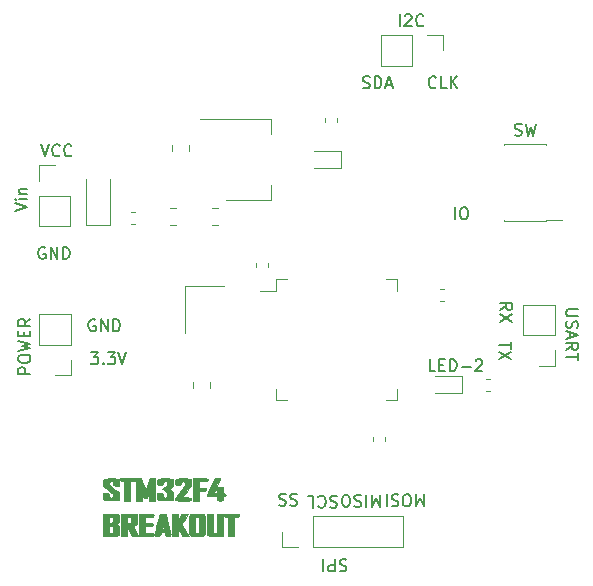
<source format=gbr>
G04 #@! TF.GenerationSoftware,KiCad,Pcbnew,(5.1.4)-1*
G04 #@! TF.CreationDate,2020-10-27T13:41:20+01:00*
G04 #@! TF.ProjectId,STm32f405xx board,53546d33-3266-4343-9035-787820626f61,rev?*
G04 #@! TF.SameCoordinates,Original*
G04 #@! TF.FileFunction,Legend,Top*
G04 #@! TF.FilePolarity,Positive*
%FSLAX46Y46*%
G04 Gerber Fmt 4.6, Leading zero omitted, Abs format (unit mm)*
G04 Created by KiCad (PCBNEW (5.1.4)-1) date 2020-10-27 13:41:20*
%MOMM*%
%LPD*%
G04 APERTURE LIST*
%ADD10C,0.150000*%
%ADD11C,0.010000*%
%ADD12C,0.120000*%
G04 APERTURE END LIST*
D10*
X115030784Y-82677260D02*
X114554594Y-82677260D01*
X114554594Y-81677260D01*
X115364118Y-82153451D02*
X115697451Y-82153451D01*
X115840308Y-82677260D02*
X115364118Y-82677260D01*
X115364118Y-81677260D01*
X115840308Y-81677260D01*
X116268880Y-82677260D02*
X116268880Y-81677260D01*
X116506975Y-81677260D01*
X116649832Y-81724880D01*
X116745070Y-81820118D01*
X116792689Y-81915356D01*
X116840308Y-82105832D01*
X116840308Y-82248689D01*
X116792689Y-82439165D01*
X116745070Y-82534403D01*
X116649832Y-82629641D01*
X116506975Y-82677260D01*
X116268880Y-82677260D01*
X117268880Y-82296308D02*
X118030784Y-82296308D01*
X118459356Y-81772499D02*
X118506975Y-81724880D01*
X118602213Y-81677260D01*
X118840308Y-81677260D01*
X118935546Y-81724880D01*
X118983165Y-81772499D01*
X119030784Y-81867737D01*
X119030784Y-81962975D01*
X118983165Y-82105832D01*
X118411737Y-82677260D01*
X119030784Y-82677260D01*
X81986215Y-72225280D02*
X81890977Y-72177660D01*
X81748120Y-72177660D01*
X81605262Y-72225280D01*
X81510024Y-72320518D01*
X81462405Y-72415756D01*
X81414786Y-72606232D01*
X81414786Y-72749089D01*
X81462405Y-72939565D01*
X81510024Y-73034803D01*
X81605262Y-73130041D01*
X81748120Y-73177660D01*
X81843358Y-73177660D01*
X81986215Y-73130041D01*
X82033834Y-73082422D01*
X82033834Y-72749089D01*
X81843358Y-72749089D01*
X82462405Y-73177660D02*
X82462405Y-72177660D01*
X83033834Y-73177660D01*
X83033834Y-72177660D01*
X83510024Y-73177660D02*
X83510024Y-72177660D01*
X83748120Y-72177660D01*
X83890977Y-72225280D01*
X83986215Y-72320518D01*
X84033834Y-72415756D01*
X84081453Y-72606232D01*
X84081453Y-72749089D01*
X84033834Y-72939565D01*
X83986215Y-73034803D01*
X83890977Y-73130041D01*
X83748120Y-73177660D01*
X83510024Y-73177660D01*
X81653546Y-63470540D02*
X81986880Y-64470540D01*
X82320213Y-63470540D01*
X83224975Y-64375302D02*
X83177356Y-64422921D01*
X83034499Y-64470540D01*
X82939260Y-64470540D01*
X82796403Y-64422921D01*
X82701165Y-64327683D01*
X82653546Y-64232445D01*
X82605927Y-64041969D01*
X82605927Y-63899112D01*
X82653546Y-63708636D01*
X82701165Y-63613398D01*
X82796403Y-63518160D01*
X82939260Y-63470540D01*
X83034499Y-63470540D01*
X83177356Y-63518160D01*
X83224975Y-63565779D01*
X84224975Y-64375302D02*
X84177356Y-64422921D01*
X84034499Y-64470540D01*
X83939260Y-64470540D01*
X83796403Y-64422921D01*
X83701165Y-64327683D01*
X83653546Y-64232445D01*
X83605927Y-64041969D01*
X83605927Y-63899112D01*
X83653546Y-63708636D01*
X83701165Y-63613398D01*
X83796403Y-63518160D01*
X83939260Y-63470540D01*
X84034499Y-63470540D01*
X84177356Y-63518160D01*
X84224975Y-63565779D01*
X85879489Y-81082900D02*
X86498537Y-81082900D01*
X86165203Y-81463853D01*
X86308060Y-81463853D01*
X86403299Y-81511472D01*
X86450918Y-81559091D01*
X86498537Y-81654329D01*
X86498537Y-81892424D01*
X86450918Y-81987662D01*
X86403299Y-82035281D01*
X86308060Y-82082900D01*
X86022346Y-82082900D01*
X85927108Y-82035281D01*
X85879489Y-81987662D01*
X86927108Y-81987662D02*
X86974727Y-82035281D01*
X86927108Y-82082900D01*
X86879489Y-82035281D01*
X86927108Y-81987662D01*
X86927108Y-82082900D01*
X87308060Y-81082900D02*
X87927108Y-81082900D01*
X87593775Y-81463853D01*
X87736632Y-81463853D01*
X87831870Y-81511472D01*
X87879489Y-81559091D01*
X87927108Y-81654329D01*
X87927108Y-81892424D01*
X87879489Y-81987662D01*
X87831870Y-82035281D01*
X87736632Y-82082900D01*
X87450918Y-82082900D01*
X87355680Y-82035281D01*
X87308060Y-81987662D01*
X88212822Y-81082900D02*
X88546156Y-82082900D01*
X88879489Y-81082900D01*
X86238175Y-78336520D02*
X86142937Y-78288900D01*
X86000080Y-78288900D01*
X85857222Y-78336520D01*
X85761984Y-78431758D01*
X85714365Y-78526996D01*
X85666746Y-78717472D01*
X85666746Y-78860329D01*
X85714365Y-79050805D01*
X85761984Y-79146043D01*
X85857222Y-79241281D01*
X86000080Y-79288900D01*
X86095318Y-79288900D01*
X86238175Y-79241281D01*
X86285794Y-79193662D01*
X86285794Y-78860329D01*
X86095318Y-78860329D01*
X86714365Y-79288900D02*
X86714365Y-78288900D01*
X87285794Y-79288900D01*
X87285794Y-78288900D01*
X87761984Y-79288900D02*
X87761984Y-78288900D01*
X88000080Y-78288900D01*
X88142937Y-78336520D01*
X88238175Y-78431758D01*
X88285794Y-78526996D01*
X88333413Y-78717472D01*
X88333413Y-78860329D01*
X88285794Y-79050805D01*
X88238175Y-79146043D01*
X88142937Y-79241281D01*
X88000080Y-79288900D01*
X87761984Y-79288900D01*
X79452220Y-69126289D02*
X80452220Y-68792956D01*
X79452220Y-68459622D01*
X80452220Y-68126289D02*
X79785554Y-68126289D01*
X79452220Y-68126289D02*
X79499840Y-68173908D01*
X79547459Y-68126289D01*
X79499840Y-68078670D01*
X79452220Y-68126289D01*
X79547459Y-68126289D01*
X79785554Y-67650099D02*
X80452220Y-67650099D01*
X79880792Y-67650099D02*
X79833173Y-67602480D01*
X79785554Y-67507241D01*
X79785554Y-67364384D01*
X79833173Y-67269146D01*
X79928411Y-67221527D01*
X80452220Y-67221527D01*
X80746860Y-82903723D02*
X79746860Y-82903723D01*
X79746860Y-82522771D01*
X79794480Y-82427533D01*
X79842099Y-82379914D01*
X79937337Y-82332295D01*
X80080194Y-82332295D01*
X80175432Y-82379914D01*
X80223051Y-82427533D01*
X80270670Y-82522771D01*
X80270670Y-82903723D01*
X79746860Y-81713247D02*
X79746860Y-81522771D01*
X79794480Y-81427533D01*
X79889718Y-81332295D01*
X80080194Y-81284676D01*
X80413527Y-81284676D01*
X80604003Y-81332295D01*
X80699241Y-81427533D01*
X80746860Y-81522771D01*
X80746860Y-81713247D01*
X80699241Y-81808485D01*
X80604003Y-81903723D01*
X80413527Y-81951342D01*
X80080194Y-81951342D01*
X79889718Y-81903723D01*
X79794480Y-81808485D01*
X79746860Y-81713247D01*
X79746860Y-80951342D02*
X80746860Y-80713247D01*
X80032575Y-80522771D01*
X80746860Y-80332295D01*
X79746860Y-80094200D01*
X80223051Y-79713247D02*
X80223051Y-79379914D01*
X80746860Y-79237057D02*
X80746860Y-79713247D01*
X79746860Y-79713247D01*
X79746860Y-79237057D01*
X80746860Y-78237057D02*
X80270670Y-78570390D01*
X80746860Y-78808485D02*
X79746860Y-78808485D01*
X79746860Y-78427533D01*
X79794480Y-78332295D01*
X79842099Y-78284676D01*
X79937337Y-78237057D01*
X80080194Y-78237057D01*
X80175432Y-78284676D01*
X80223051Y-78332295D01*
X80270670Y-78427533D01*
X80270670Y-78808485D01*
X116707350Y-69809620D02*
X116707350Y-68809620D01*
X117374017Y-68809620D02*
X117564493Y-68809620D01*
X117659731Y-68857240D01*
X117754969Y-68952478D01*
X117802588Y-69142954D01*
X117802588Y-69476287D01*
X117754969Y-69666763D01*
X117659731Y-69762001D01*
X117564493Y-69809620D01*
X117374017Y-69809620D01*
X117278779Y-69762001D01*
X117183540Y-69666763D01*
X117135921Y-69476287D01*
X117135921Y-69142954D01*
X117183540Y-68952478D01*
X117278779Y-68857240D01*
X117374017Y-68809620D01*
X106707156Y-93265358D02*
X106564299Y-93217739D01*
X106326203Y-93217739D01*
X106230965Y-93265358D01*
X106183346Y-93312977D01*
X106135727Y-93408215D01*
X106135727Y-93503453D01*
X106183346Y-93598691D01*
X106230965Y-93646310D01*
X106326203Y-93693929D01*
X106516680Y-93741548D01*
X106611918Y-93789167D01*
X106659537Y-93836786D01*
X106707156Y-93932024D01*
X106707156Y-94027262D01*
X106659537Y-94122500D01*
X106611918Y-94170120D01*
X106516680Y-94217739D01*
X106278584Y-94217739D01*
X106135727Y-94170120D01*
X105135727Y-93312977D02*
X105183346Y-93265358D01*
X105326203Y-93217739D01*
X105421441Y-93217739D01*
X105564299Y-93265358D01*
X105659537Y-93360596D01*
X105707156Y-93455834D01*
X105754775Y-93646310D01*
X105754775Y-93789167D01*
X105707156Y-93979643D01*
X105659537Y-94074881D01*
X105564299Y-94170120D01*
X105421441Y-94217739D01*
X105326203Y-94217739D01*
X105183346Y-94170120D01*
X105135727Y-94122500D01*
X104230965Y-93217739D02*
X104707156Y-93217739D01*
X104707156Y-94217739D01*
X110329148Y-93146619D02*
X110329148Y-94146619D01*
X109995815Y-93432333D01*
X109662481Y-94146619D01*
X109662481Y-93146619D01*
X109186291Y-93146619D02*
X109186291Y-94146619D01*
X108757720Y-93194238D02*
X108614862Y-93146619D01*
X108376767Y-93146619D01*
X108281529Y-93194238D01*
X108233910Y-93241857D01*
X108186291Y-93337095D01*
X108186291Y-93432333D01*
X108233910Y-93527571D01*
X108281529Y-93575190D01*
X108376767Y-93622809D01*
X108567243Y-93670428D01*
X108662481Y-93718047D01*
X108710100Y-93765666D01*
X108757720Y-93860904D01*
X108757720Y-93956142D01*
X108710100Y-94051380D01*
X108662481Y-94099000D01*
X108567243Y-94146619D01*
X108329148Y-94146619D01*
X108186291Y-94099000D01*
X107567243Y-94146619D02*
X107376767Y-94146619D01*
X107281529Y-94099000D01*
X107186291Y-94003761D01*
X107138672Y-93813285D01*
X107138672Y-93479952D01*
X107186291Y-93289476D01*
X107281529Y-93194238D01*
X107376767Y-93146619D01*
X107567243Y-93146619D01*
X107662481Y-93194238D01*
X107757720Y-93289476D01*
X107805339Y-93479952D01*
X107805339Y-93813285D01*
X107757720Y-94003761D01*
X107662481Y-94099000D01*
X107567243Y-94146619D01*
X114057868Y-93105979D02*
X114057868Y-94105979D01*
X113724535Y-93391693D01*
X113391201Y-94105979D01*
X113391201Y-93105979D01*
X112724535Y-94105979D02*
X112534059Y-94105979D01*
X112438820Y-94058360D01*
X112343582Y-93963121D01*
X112295963Y-93772645D01*
X112295963Y-93439312D01*
X112343582Y-93248836D01*
X112438820Y-93153598D01*
X112534059Y-93105979D01*
X112724535Y-93105979D01*
X112819773Y-93153598D01*
X112915011Y-93248836D01*
X112962630Y-93439312D01*
X112962630Y-93772645D01*
X112915011Y-93963121D01*
X112819773Y-94058360D01*
X112724535Y-94105979D01*
X111915011Y-93153598D02*
X111772154Y-93105979D01*
X111534059Y-93105979D01*
X111438820Y-93153598D01*
X111391201Y-93201217D01*
X111343582Y-93296455D01*
X111343582Y-93391693D01*
X111391201Y-93486931D01*
X111438820Y-93534550D01*
X111534059Y-93582169D01*
X111724535Y-93629788D01*
X111819773Y-93677407D01*
X111867392Y-93725026D01*
X111915011Y-93820264D01*
X111915011Y-93915502D01*
X111867392Y-94010740D01*
X111819773Y-94058360D01*
X111724535Y-94105979D01*
X111486440Y-94105979D01*
X111343582Y-94058360D01*
X110915011Y-93105979D02*
X110915011Y-94105979D01*
X101813455Y-94003761D02*
X101956312Y-94051380D01*
X102194407Y-94051380D01*
X102289645Y-94003761D01*
X102337264Y-93956142D01*
X102384883Y-93860904D01*
X102384883Y-93765666D01*
X102337264Y-93670428D01*
X102289645Y-93622809D01*
X102194407Y-93575190D01*
X102003931Y-93527571D01*
X101908693Y-93479952D01*
X101861074Y-93432333D01*
X101813455Y-93337095D01*
X101813455Y-93241857D01*
X101861074Y-93146619D01*
X101908693Y-93099000D01*
X102003931Y-93051380D01*
X102242026Y-93051380D01*
X102384883Y-93099000D01*
X102765836Y-94003761D02*
X102908693Y-94051380D01*
X103146788Y-94051380D01*
X103242026Y-94003761D01*
X103289645Y-93956142D01*
X103337264Y-93860904D01*
X103337264Y-93765666D01*
X103289645Y-93670428D01*
X103242026Y-93622809D01*
X103146788Y-93575190D01*
X102956312Y-93527571D01*
X102861074Y-93479952D01*
X102813455Y-93432333D01*
X102765836Y-93337095D01*
X102765836Y-93241857D01*
X102813455Y-93146619D01*
X102861074Y-93099000D01*
X102956312Y-93051380D01*
X103194407Y-93051380D01*
X103337264Y-93099000D01*
X107510769Y-98650158D02*
X107367912Y-98602539D01*
X107129817Y-98602539D01*
X107034579Y-98650158D01*
X106986960Y-98697777D01*
X106939340Y-98793015D01*
X106939340Y-98888253D01*
X106986960Y-98983491D01*
X107034579Y-99031110D01*
X107129817Y-99078729D01*
X107320293Y-99126348D01*
X107415531Y-99173967D01*
X107463150Y-99221586D01*
X107510769Y-99316824D01*
X107510769Y-99412062D01*
X107463150Y-99507300D01*
X107415531Y-99554920D01*
X107320293Y-99602539D01*
X107082198Y-99602539D01*
X106939340Y-99554920D01*
X106510769Y-98602539D02*
X106510769Y-99602539D01*
X106129817Y-99602539D01*
X106034579Y-99554920D01*
X105986960Y-99507300D01*
X105939340Y-99412062D01*
X105939340Y-99269205D01*
X105986960Y-99173967D01*
X106034579Y-99126348D01*
X106129817Y-99078729D01*
X106510769Y-99078729D01*
X105510769Y-98602539D02*
X105510769Y-99602539D01*
X120548139Y-77486213D02*
X121024329Y-77152880D01*
X120548139Y-76914784D02*
X121548139Y-76914784D01*
X121548139Y-77295737D01*
X121500520Y-77390975D01*
X121452900Y-77438594D01*
X121357662Y-77486213D01*
X121214805Y-77486213D01*
X121119567Y-77438594D01*
X121071948Y-77390975D01*
X121024329Y-77295737D01*
X121024329Y-76914784D01*
X121548139Y-77819546D02*
X120548139Y-78486213D01*
X121548139Y-78486213D02*
X120548139Y-77819546D01*
X121466859Y-80203135D02*
X121466859Y-80774563D01*
X120466859Y-80488849D02*
X121466859Y-80488849D01*
X121466859Y-81012659D02*
X120466859Y-81679325D01*
X121466859Y-81679325D02*
X120466859Y-81012659D01*
X127120899Y-77445811D02*
X126311375Y-77445811D01*
X126216137Y-77493430D01*
X126168518Y-77541049D01*
X126120899Y-77636287D01*
X126120899Y-77826763D01*
X126168518Y-77922001D01*
X126216137Y-77969620D01*
X126311375Y-78017240D01*
X127120899Y-78017240D01*
X126168518Y-78445811D02*
X126120899Y-78588668D01*
X126120899Y-78826763D01*
X126168518Y-78922001D01*
X126216137Y-78969620D01*
X126311375Y-79017240D01*
X126406613Y-79017240D01*
X126501851Y-78969620D01*
X126549470Y-78922001D01*
X126597089Y-78826763D01*
X126644708Y-78636287D01*
X126692327Y-78541049D01*
X126739946Y-78493430D01*
X126835184Y-78445811D01*
X126930422Y-78445811D01*
X127025660Y-78493430D01*
X127073280Y-78541049D01*
X127120899Y-78636287D01*
X127120899Y-78874382D01*
X127073280Y-79017240D01*
X126406613Y-79398192D02*
X126406613Y-79874382D01*
X126120899Y-79302954D02*
X127120899Y-79636287D01*
X126120899Y-79969620D01*
X126120899Y-80874382D02*
X126597089Y-80541049D01*
X126120899Y-80302954D02*
X127120899Y-80302954D01*
X127120899Y-80683906D01*
X127073280Y-80779144D01*
X127025660Y-80826763D01*
X126930422Y-80874382D01*
X126787565Y-80874382D01*
X126692327Y-80826763D01*
X126644708Y-80779144D01*
X126597089Y-80683906D01*
X126597089Y-80302954D01*
X127120899Y-81160097D02*
X127120899Y-81731525D01*
X126120899Y-81445811D02*
X127120899Y-81445811D01*
X121768977Y-62685561D02*
X121911834Y-62733180D01*
X122149929Y-62733180D01*
X122245167Y-62685561D01*
X122292786Y-62637942D01*
X122340405Y-62542704D01*
X122340405Y-62447466D01*
X122292786Y-62352228D01*
X122245167Y-62304609D01*
X122149929Y-62256990D01*
X121959453Y-62209371D01*
X121864215Y-62161752D01*
X121816596Y-62114133D01*
X121768977Y-62018895D01*
X121768977Y-61923657D01*
X121816596Y-61828419D01*
X121864215Y-61780800D01*
X121959453Y-61733180D01*
X122197548Y-61733180D01*
X122340405Y-61780800D01*
X122673739Y-61733180D02*
X122911834Y-62733180D01*
X123102310Y-62018895D01*
X123292786Y-62733180D01*
X123530881Y-61733180D01*
X108904874Y-58667281D02*
X109047731Y-58714900D01*
X109285826Y-58714900D01*
X109381064Y-58667281D01*
X109428683Y-58619662D01*
X109476302Y-58524424D01*
X109476302Y-58429186D01*
X109428683Y-58333948D01*
X109381064Y-58286329D01*
X109285826Y-58238710D01*
X109095350Y-58191091D01*
X109000112Y-58143472D01*
X108952493Y-58095853D01*
X108904874Y-58000615D01*
X108904874Y-57905377D01*
X108952493Y-57810139D01*
X109000112Y-57762520D01*
X109095350Y-57714900D01*
X109333445Y-57714900D01*
X109476302Y-57762520D01*
X109904874Y-58714900D02*
X109904874Y-57714900D01*
X110142969Y-57714900D01*
X110285826Y-57762520D01*
X110381064Y-57857758D01*
X110428683Y-57952996D01*
X110476302Y-58143472D01*
X110476302Y-58286329D01*
X110428683Y-58476805D01*
X110381064Y-58572043D01*
X110285826Y-58667281D01*
X110142969Y-58714900D01*
X109904874Y-58714900D01*
X110857255Y-58429186D02*
X111333445Y-58429186D01*
X110762017Y-58714900D02*
X111095350Y-57714900D01*
X111428683Y-58714900D01*
X115086521Y-58619662D02*
X115038902Y-58667281D01*
X114896045Y-58714900D01*
X114800807Y-58714900D01*
X114657950Y-58667281D01*
X114562712Y-58572043D01*
X114515093Y-58476805D01*
X114467474Y-58286329D01*
X114467474Y-58143472D01*
X114515093Y-57952996D01*
X114562712Y-57857758D01*
X114657950Y-57762520D01*
X114800807Y-57714900D01*
X114896045Y-57714900D01*
X115038902Y-57762520D01*
X115086521Y-57810139D01*
X115991283Y-58714900D02*
X115515093Y-58714900D01*
X115515093Y-57714900D01*
X116324617Y-58714900D02*
X116324617Y-57714900D01*
X116896045Y-58714900D02*
X116467474Y-58143472D01*
X116896045Y-57714900D02*
X116324617Y-58286329D01*
X112033489Y-53467260D02*
X112033489Y-52467260D01*
X112462060Y-52562499D02*
X112509680Y-52514880D01*
X112604918Y-52467260D01*
X112843013Y-52467260D01*
X112938251Y-52514880D01*
X112985870Y-52562499D01*
X113033489Y-52657737D01*
X113033489Y-52752975D01*
X112985870Y-52895832D01*
X112414441Y-53467260D01*
X113033489Y-53467260D01*
X114033489Y-53372022D02*
X113985870Y-53419641D01*
X113843013Y-53467260D01*
X113747775Y-53467260D01*
X113604918Y-53419641D01*
X113509680Y-53324403D01*
X113462060Y-53229165D01*
X113414441Y-53038689D01*
X113414441Y-52895832D01*
X113462060Y-52705356D01*
X113509680Y-52610118D01*
X113604918Y-52514880D01*
X113747775Y-52467260D01*
X113843013Y-52467260D01*
X113985870Y-52514880D01*
X114033489Y-52562499D01*
D11*
G36*
X96765604Y-91748714D02*
G01*
X96845217Y-91758296D01*
X96846571Y-91759879D01*
X96824810Y-91810933D01*
X96765392Y-91939459D01*
X96677111Y-92126670D01*
X96568765Y-92353783D01*
X96556286Y-92379799D01*
X96446306Y-92610085D01*
X96355445Y-92802489D01*
X96292500Y-92938228D01*
X96266267Y-92998516D01*
X96266000Y-92999720D01*
X96327091Y-93011995D01*
X96411143Y-93014800D01*
X96495021Y-93002672D01*
X96538716Y-92950239D01*
X96554738Y-92833421D01*
X96556286Y-92735400D01*
X96556286Y-92456000D01*
X97064286Y-92456000D01*
X97064286Y-92735400D01*
X97074059Y-92903894D01*
X97108351Y-92990643D01*
X97173143Y-93014800D01*
X97260694Y-93058960D01*
X97282000Y-93141800D01*
X97244148Y-93243943D01*
X97173143Y-93268800D01*
X97092630Y-93307355D01*
X97064482Y-93430406D01*
X97064286Y-93446600D01*
X97053051Y-93565767D01*
X96989669Y-93614638D01*
X96829619Y-93624377D01*
X96810286Y-93624400D01*
X96640047Y-93616536D01*
X96570231Y-93572168D01*
X96556317Y-93460133D01*
X96556286Y-93446600D01*
X96556286Y-93268800D01*
X96120857Y-93268800D01*
X95866499Y-93262691D01*
X95730236Y-93241371D01*
X95685832Y-93200352D01*
X95685429Y-93194304D01*
X95707941Y-93121314D01*
X95769765Y-92971905D01*
X95862332Y-92765573D01*
X95977073Y-92521810D01*
X96020376Y-92432304D01*
X96355323Y-91744799D01*
X96600947Y-91744799D01*
X96765604Y-91748714D01*
X96765604Y-91748714D01*
G37*
X96765604Y-91748714D02*
X96845217Y-91758296D01*
X96846571Y-91759879D01*
X96824810Y-91810933D01*
X96765392Y-91939459D01*
X96677111Y-92126670D01*
X96568765Y-92353783D01*
X96556286Y-92379799D01*
X96446306Y-92610085D01*
X96355445Y-92802489D01*
X96292500Y-92938228D01*
X96266267Y-92998516D01*
X96266000Y-92999720D01*
X96327091Y-93011995D01*
X96411143Y-93014800D01*
X96495021Y-93002672D01*
X96538716Y-92950239D01*
X96554738Y-92833421D01*
X96556286Y-92735400D01*
X96556286Y-92456000D01*
X97064286Y-92456000D01*
X97064286Y-92735400D01*
X97074059Y-92903894D01*
X97108351Y-92990643D01*
X97173143Y-93014800D01*
X97260694Y-93058960D01*
X97282000Y-93141800D01*
X97244148Y-93243943D01*
X97173143Y-93268800D01*
X97092630Y-93307355D01*
X97064482Y-93430406D01*
X97064286Y-93446600D01*
X97053051Y-93565767D01*
X96989669Y-93614638D01*
X96829619Y-93624377D01*
X96810286Y-93624400D01*
X96640047Y-93616536D01*
X96570231Y-93572168D01*
X96556317Y-93460133D01*
X96556286Y-93446600D01*
X96556286Y-93268800D01*
X96120857Y-93268800D01*
X95866499Y-93262691D01*
X95730236Y-93241371D01*
X95685832Y-93200352D01*
X95685429Y-93194304D01*
X95707941Y-93121314D01*
X95769765Y-92971905D01*
X95862332Y-92765573D01*
X95977073Y-92521810D01*
X96020376Y-92432304D01*
X96355323Y-91744799D01*
X96600947Y-91744799D01*
X96765604Y-91748714D01*
G36*
X95439854Y-91745966D02*
G01*
X95622159Y-91753408D01*
X95716794Y-91773043D01*
X95752496Y-91810786D01*
X95758000Y-91871800D01*
X95746235Y-91947173D01*
X95686197Y-91984775D01*
X95540766Y-91997596D01*
X95395143Y-91998800D01*
X95032286Y-91998800D01*
X95032286Y-92557600D01*
X95322571Y-92557600D01*
X95509597Y-92564531D01*
X95592724Y-92597228D01*
X95612753Y-92673540D01*
X95612857Y-92684600D01*
X95597013Y-92766423D01*
X95522278Y-92802791D01*
X95347851Y-92811554D01*
X95322571Y-92811600D01*
X95032286Y-92811600D01*
X95032286Y-93624400D01*
X94524286Y-93624400D01*
X94524286Y-91744800D01*
X95141143Y-91744800D01*
X95439854Y-91745966D01*
X95439854Y-91745966D01*
G37*
X95439854Y-91745966D02*
X95622159Y-91753408D01*
X95716794Y-91773043D01*
X95752496Y-91810786D01*
X95758000Y-91871800D01*
X95746235Y-91947173D01*
X95686197Y-91984775D01*
X95540766Y-91997596D01*
X95395143Y-91998800D01*
X95032286Y-91998800D01*
X95032286Y-92557600D01*
X95322571Y-92557600D01*
X95509597Y-92564531D01*
X95592724Y-92597228D01*
X95612753Y-92673540D01*
X95612857Y-92684600D01*
X95597013Y-92766423D01*
X95522278Y-92802791D01*
X95347851Y-92811554D01*
X95322571Y-92811600D01*
X95032286Y-92811600D01*
X95032286Y-93624400D01*
X94524286Y-93624400D01*
X94524286Y-91744800D01*
X95141143Y-91744800D01*
X95439854Y-91745966D01*
G36*
X93773549Y-91755276D02*
G01*
X94342857Y-91770200D01*
X94362156Y-92075000D01*
X94366090Y-92215930D01*
X94349024Y-92331539D01*
X94298485Y-92447926D01*
X94201996Y-92591191D01*
X94047086Y-92787435D01*
X93985833Y-92862400D01*
X93590210Y-93345000D01*
X93984676Y-93360235D01*
X94212081Y-93372951D01*
X94329880Y-93396774D01*
X94373596Y-93444283D01*
X94379143Y-93499935D01*
X94373951Y-93557597D01*
X94340255Y-93593964D01*
X94250868Y-93613943D01*
X94078607Y-93622443D01*
X93796288Y-93624369D01*
X93689714Y-93624400D01*
X93368816Y-93622740D01*
X93166232Y-93615225D01*
X93055166Y-93598056D01*
X93008818Y-93567429D01*
X93000286Y-93526605D01*
X93034838Y-93445928D01*
X93128886Y-93298818D01*
X93268016Y-93106285D01*
X93435714Y-92891925D01*
X93679376Y-92570699D01*
X93828404Y-92323445D01*
X93883540Y-92147554D01*
X93845527Y-92040413D01*
X93715109Y-91999411D01*
X93689714Y-91998800D01*
X93560052Y-92015202D01*
X93512618Y-92084927D01*
X93508286Y-92151200D01*
X93494126Y-92253591D01*
X93422306Y-92295588D01*
X93254286Y-92303600D01*
X93096694Y-92298439D01*
X93023129Y-92264271D01*
X93001573Y-92173064D01*
X93000286Y-92081220D01*
X93015777Y-91927414D01*
X93078541Y-91828273D01*
X93213010Y-91773498D01*
X93443620Y-91752789D01*
X93773549Y-91755276D01*
X93773549Y-91755276D01*
G37*
X93773549Y-91755276D02*
X94342857Y-91770200D01*
X94362156Y-92075000D01*
X94366090Y-92215930D01*
X94349024Y-92331539D01*
X94298485Y-92447926D01*
X94201996Y-92591191D01*
X94047086Y-92787435D01*
X93985833Y-92862400D01*
X93590210Y-93345000D01*
X93984676Y-93360235D01*
X94212081Y-93372951D01*
X94329880Y-93396774D01*
X94373596Y-93444283D01*
X94379143Y-93499935D01*
X94373951Y-93557597D01*
X94340255Y-93593964D01*
X94250868Y-93613943D01*
X94078607Y-93622443D01*
X93796288Y-93624369D01*
X93689714Y-93624400D01*
X93368816Y-93622740D01*
X93166232Y-93615225D01*
X93055166Y-93598056D01*
X93008818Y-93567429D01*
X93000286Y-93526605D01*
X93034838Y-93445928D01*
X93128886Y-93298818D01*
X93268016Y-93106285D01*
X93435714Y-92891925D01*
X93679376Y-92570699D01*
X93828404Y-92323445D01*
X93883540Y-92147554D01*
X93845527Y-92040413D01*
X93715109Y-91999411D01*
X93689714Y-91998800D01*
X93560052Y-92015202D01*
X93512618Y-92084927D01*
X93508286Y-92151200D01*
X93494126Y-92253591D01*
X93422306Y-92295588D01*
X93254286Y-92303600D01*
X93096694Y-92298439D01*
X93023129Y-92264271D01*
X93001573Y-92173064D01*
X93000286Y-92081220D01*
X93015777Y-91927414D01*
X93078541Y-91828273D01*
X93213010Y-91773498D01*
X93443620Y-91752789D01*
X93773549Y-91755276D01*
G36*
X92249549Y-91755276D02*
G01*
X92818857Y-91770200D01*
X92840229Y-92110447D01*
X92847430Y-92294714D01*
X92832534Y-92406588D01*
X92784150Y-92475003D01*
X92690892Y-92528888D01*
X92672076Y-92537622D01*
X92482551Y-92624549D01*
X92672524Y-92730774D01*
X92769564Y-92792318D01*
X92824336Y-92859804D01*
X92846471Y-92961137D01*
X92845598Y-93124220D01*
X92840677Y-93218000D01*
X92818857Y-93599000D01*
X92237315Y-93613560D01*
X91870250Y-93613726D01*
X91642413Y-93592188D01*
X91566029Y-93565300D01*
X91512647Y-93479783D01*
X91480511Y-93335386D01*
X91476286Y-93258640D01*
X91476286Y-93014800D01*
X91730286Y-93014800D01*
X91900524Y-93022663D01*
X91970341Y-93067031D01*
X91984254Y-93179066D01*
X91984286Y-93192600D01*
X91997841Y-93312838D01*
X92058840Y-93362062D01*
X92165714Y-93370400D01*
X92276087Y-93361399D01*
X92329409Y-93316553D01*
X92346120Y-93209091D01*
X92347143Y-93132799D01*
X92331851Y-92972164D01*
X92266427Y-92864786D01*
X92121550Y-92763374D01*
X92116134Y-92760200D01*
X91885125Y-92625202D01*
X92116134Y-92505647D01*
X92276530Y-92401454D01*
X92339942Y-92284016D01*
X92347143Y-92192446D01*
X92336056Y-92065477D01*
X92284635Y-92010620D01*
X92165714Y-91998800D01*
X92036052Y-92015202D01*
X91988618Y-92084927D01*
X91984286Y-92151200D01*
X91970126Y-92253591D01*
X91898306Y-92295588D01*
X91730286Y-92303600D01*
X91572694Y-92298439D01*
X91499129Y-92264271D01*
X91477573Y-92173064D01*
X91476286Y-92081220D01*
X91491777Y-91927414D01*
X91554541Y-91828273D01*
X91689010Y-91773498D01*
X91919620Y-91752789D01*
X92249549Y-91755276D01*
X92249549Y-91755276D01*
G37*
X92249549Y-91755276D02*
X92818857Y-91770200D01*
X92840229Y-92110447D01*
X92847430Y-92294714D01*
X92832534Y-92406588D01*
X92784150Y-92475003D01*
X92690892Y-92528888D01*
X92672076Y-92537622D01*
X92482551Y-92624549D01*
X92672524Y-92730774D01*
X92769564Y-92792318D01*
X92824336Y-92859804D01*
X92846471Y-92961137D01*
X92845598Y-93124220D01*
X92840677Y-93218000D01*
X92818857Y-93599000D01*
X92237315Y-93613560D01*
X91870250Y-93613726D01*
X91642413Y-93592188D01*
X91566029Y-93565300D01*
X91512647Y-93479783D01*
X91480511Y-93335386D01*
X91476286Y-93258640D01*
X91476286Y-93014800D01*
X91730286Y-93014800D01*
X91900524Y-93022663D01*
X91970341Y-93067031D01*
X91984254Y-93179066D01*
X91984286Y-93192600D01*
X91997841Y-93312838D01*
X92058840Y-93362062D01*
X92165714Y-93370400D01*
X92276087Y-93361399D01*
X92329409Y-93316553D01*
X92346120Y-93209091D01*
X92347143Y-93132799D01*
X92331851Y-92972164D01*
X92266427Y-92864786D01*
X92121550Y-92763374D01*
X92116134Y-92760200D01*
X91885125Y-92625202D01*
X92116134Y-92505647D01*
X92276530Y-92401454D01*
X92339942Y-92284016D01*
X92347143Y-92192446D01*
X92336056Y-92065477D01*
X92284635Y-92010620D01*
X92165714Y-91998800D01*
X92036052Y-92015202D01*
X91988618Y-92084927D01*
X91984286Y-92151200D01*
X91970126Y-92253591D01*
X91898306Y-92295588D01*
X91730286Y-92303600D01*
X91572694Y-92298439D01*
X91499129Y-92264271D01*
X91477573Y-92173064D01*
X91476286Y-92081220D01*
X91491777Y-91927414D01*
X91554541Y-91828273D01*
X91689010Y-91773498D01*
X91919620Y-91752789D01*
X92249549Y-91755276D01*
G36*
X90328689Y-92212703D02*
G01*
X90507574Y-92680606D01*
X90856362Y-91744800D01*
X91331143Y-91744800D01*
X91331143Y-93624400D01*
X90823143Y-93624400D01*
X90814428Y-93306900D01*
X90805712Y-92989400D01*
X90731545Y-93205300D01*
X90668060Y-93345580D01*
X90588141Y-93409109D01*
X90496571Y-93421200D01*
X90385033Y-93400664D01*
X90310921Y-93322665D01*
X90261598Y-93205300D01*
X90187430Y-92989400D01*
X90170000Y-93624400D01*
X89662000Y-93624400D01*
X89662000Y-91998800D01*
X89226571Y-91998800D01*
X89226571Y-93624400D01*
X88718571Y-93624400D01*
X88718571Y-91998800D01*
X88537143Y-91998800D01*
X88399038Y-91977818D01*
X88356480Y-91895204D01*
X88355714Y-91871800D01*
X88355714Y-91744800D01*
X89252759Y-91744799D01*
X90149805Y-91744799D01*
X90328689Y-92212703D01*
X90328689Y-92212703D01*
G37*
X90328689Y-92212703D02*
X90507574Y-92680606D01*
X90856362Y-91744800D01*
X91331143Y-91744800D01*
X91331143Y-93624400D01*
X90823143Y-93624400D01*
X90814428Y-93306900D01*
X90805712Y-92989400D01*
X90731545Y-93205300D01*
X90668060Y-93345580D01*
X90588141Y-93409109D01*
X90496571Y-93421200D01*
X90385033Y-93400664D01*
X90310921Y-93322665D01*
X90261598Y-93205300D01*
X90187430Y-92989400D01*
X90170000Y-93624400D01*
X89662000Y-93624400D01*
X89662000Y-91998800D01*
X89226571Y-91998800D01*
X89226571Y-93624400D01*
X88718571Y-93624400D01*
X88718571Y-91998800D01*
X88537143Y-91998800D01*
X88399038Y-91977818D01*
X88356480Y-91895204D01*
X88355714Y-91871800D01*
X88355714Y-91744800D01*
X89252759Y-91744799D01*
X90149805Y-91744799D01*
X90328689Y-92212703D01*
G36*
X87677549Y-91755276D02*
G01*
X88246857Y-91770200D01*
X88268622Y-92062300D01*
X88290386Y-92354400D01*
X88032764Y-92354400D01*
X87860925Y-92346840D01*
X87789818Y-92303808D01*
X87775201Y-92194770D01*
X87775143Y-92176600D01*
X87761588Y-92056361D01*
X87700589Y-92007137D01*
X87593714Y-91998800D01*
X87468138Y-92013306D01*
X87418961Y-92077080D01*
X87412286Y-92165490D01*
X87431541Y-92264501D01*
X87503025Y-92365082D01*
X87647310Y-92489299D01*
X87850416Y-92635390D01*
X88288546Y-92938600D01*
X88267701Y-93268800D01*
X88246857Y-93599000D01*
X87665315Y-93613560D01*
X87298250Y-93613726D01*
X87070413Y-93592188D01*
X86994029Y-93565300D01*
X86940647Y-93479783D01*
X86908511Y-93335386D01*
X86904286Y-93258640D01*
X86904286Y-93014800D01*
X87158286Y-93014800D01*
X87328524Y-93022663D01*
X87398341Y-93067031D01*
X87412254Y-93179066D01*
X87412286Y-93192600D01*
X87425841Y-93312838D01*
X87486840Y-93362062D01*
X87593714Y-93370400D01*
X87720924Y-93355159D01*
X87769442Y-93289044D01*
X87775143Y-93209614D01*
X87752337Y-93109449D01*
X87671168Y-93000433D01*
X87512508Y-92861562D01*
X87339714Y-92731411D01*
X87129285Y-92574958D01*
X87000610Y-92463459D01*
X86933607Y-92369473D01*
X86908195Y-92265558D01*
X86904286Y-92136417D01*
X86925110Y-91937178D01*
X86984335Y-91816580D01*
X87006263Y-91799596D01*
X87143117Y-91767828D01*
X87401567Y-91753427D01*
X87677549Y-91755276D01*
X87677549Y-91755276D01*
G37*
X87677549Y-91755276D02*
X88246857Y-91770200D01*
X88268622Y-92062300D01*
X88290386Y-92354400D01*
X88032764Y-92354400D01*
X87860925Y-92346840D01*
X87789818Y-92303808D01*
X87775201Y-92194770D01*
X87775143Y-92176600D01*
X87761588Y-92056361D01*
X87700589Y-92007137D01*
X87593714Y-91998800D01*
X87468138Y-92013306D01*
X87418961Y-92077080D01*
X87412286Y-92165490D01*
X87431541Y-92264501D01*
X87503025Y-92365082D01*
X87647310Y-92489299D01*
X87850416Y-92635390D01*
X88288546Y-92938600D01*
X88267701Y-93268800D01*
X88246857Y-93599000D01*
X87665315Y-93613560D01*
X87298250Y-93613726D01*
X87070413Y-93592188D01*
X86994029Y-93565300D01*
X86940647Y-93479783D01*
X86908511Y-93335386D01*
X86904286Y-93258640D01*
X86904286Y-93014800D01*
X87158286Y-93014800D01*
X87328524Y-93022663D01*
X87398341Y-93067031D01*
X87412254Y-93179066D01*
X87412286Y-93192600D01*
X87425841Y-93312838D01*
X87486840Y-93362062D01*
X87593714Y-93370400D01*
X87720924Y-93355159D01*
X87769442Y-93289044D01*
X87775143Y-93209614D01*
X87752337Y-93109449D01*
X87671168Y-93000433D01*
X87512508Y-92861562D01*
X87339714Y-92731411D01*
X87129285Y-92574958D01*
X87000610Y-92463459D01*
X86933607Y-92369473D01*
X86908195Y-92265558D01*
X86904286Y-92136417D01*
X86925110Y-91937178D01*
X86984335Y-91816580D01*
X87006263Y-91799596D01*
X87143117Y-91767828D01*
X87401567Y-91753427D01*
X87677549Y-91755276D01*
G36*
X98099186Y-94743011D02*
G01*
X98291160Y-94749665D01*
X98393852Y-94767393D01*
X98435192Y-94801627D01*
X98443111Y-94857796D01*
X98443143Y-94869000D01*
X98419711Y-94959763D01*
X98320104Y-94992967D01*
X98225428Y-94996000D01*
X98007714Y-94996000D01*
X98007714Y-96621600D01*
X97499714Y-96621600D01*
X97499714Y-94996000D01*
X97318286Y-94996000D01*
X97180181Y-94975018D01*
X97137623Y-94892404D01*
X97136857Y-94869000D01*
X97142058Y-94808880D01*
X97176280Y-94771552D01*
X97267454Y-94751584D01*
X97443511Y-94743545D01*
X97732380Y-94742006D01*
X97790000Y-94742000D01*
X98099186Y-94743011D01*
X98099186Y-94743011D01*
G37*
X98099186Y-94743011D02*
X98291160Y-94749665D01*
X98393852Y-94767393D01*
X98435192Y-94801627D01*
X98443111Y-94857796D01*
X98443143Y-94869000D01*
X98419711Y-94959763D01*
X98320104Y-94992967D01*
X98225428Y-94996000D01*
X98007714Y-94996000D01*
X98007714Y-96621600D01*
X97499714Y-96621600D01*
X97499714Y-94996000D01*
X97318286Y-94996000D01*
X97180181Y-94975018D01*
X97137623Y-94892404D01*
X97136857Y-94869000D01*
X97142058Y-94808880D01*
X97176280Y-94771552D01*
X97267454Y-94751584D01*
X97443511Y-94743545D01*
X97732380Y-94742006D01*
X97790000Y-94742000D01*
X98099186Y-94743011D01*
G36*
X96193429Y-96367600D02*
G01*
X96556286Y-96367600D01*
X96556286Y-94742000D01*
X97067560Y-94742000D01*
X97028000Y-96596200D01*
X96446457Y-96610760D01*
X96079392Y-96610926D01*
X95851556Y-96589388D01*
X95775172Y-96562500D01*
X95738846Y-96501081D01*
X95712571Y-96369383D01*
X95695531Y-96158830D01*
X95686908Y-95860848D01*
X95685429Y-95620840D01*
X95685429Y-94742000D01*
X96193429Y-94742000D01*
X96193429Y-96367600D01*
X96193429Y-96367600D01*
G37*
X96193429Y-96367600D02*
X96556286Y-96367600D01*
X96556286Y-94742000D01*
X97067560Y-94742000D01*
X97028000Y-96596200D01*
X96446457Y-96610760D01*
X96079392Y-96610926D01*
X95851556Y-96589388D01*
X95775172Y-96562500D01*
X95738846Y-96501081D01*
X95712571Y-96369383D01*
X95695531Y-96158830D01*
X95686908Y-95860848D01*
X95685429Y-95620840D01*
X95685429Y-94742000D01*
X96193429Y-94742000D01*
X96193429Y-96367600D01*
G36*
X95143982Y-94750637D02*
G01*
X95358936Y-94774120D01*
X95453200Y-94802960D01*
X95487939Y-94877294D01*
X95514430Y-95031535D01*
X95532673Y-95244157D01*
X95542668Y-95493630D01*
X95544415Y-95758427D01*
X95537914Y-96017019D01*
X95523164Y-96247879D01*
X95500167Y-96429478D01*
X95468922Y-96540288D01*
X95453200Y-96560639D01*
X95331329Y-96594432D01*
X95113705Y-96614659D01*
X94848420Y-96621321D01*
X94583563Y-96614417D01*
X94367227Y-96593948D01*
X94248514Y-96560640D01*
X94213775Y-96486305D01*
X94187284Y-96332064D01*
X94169041Y-96119442D01*
X94159046Y-95869969D01*
X94157299Y-95605172D01*
X94163800Y-95346580D01*
X94178550Y-95115720D01*
X94193710Y-94996000D01*
X94669428Y-94996000D01*
X94669428Y-96367600D01*
X95032286Y-96367600D01*
X95032286Y-94996000D01*
X94669428Y-94996000D01*
X94193710Y-94996000D01*
X94201547Y-94934121D01*
X94232792Y-94823311D01*
X94248514Y-94802960D01*
X94368976Y-94769740D01*
X94598128Y-94748278D01*
X94850857Y-94742000D01*
X95143982Y-94750637D01*
X95143982Y-94750637D01*
G37*
X95143982Y-94750637D02*
X95358936Y-94774120D01*
X95453200Y-94802960D01*
X95487939Y-94877294D01*
X95514430Y-95031535D01*
X95532673Y-95244157D01*
X95542668Y-95493630D01*
X95544415Y-95758427D01*
X95537914Y-96017019D01*
X95523164Y-96247879D01*
X95500167Y-96429478D01*
X95468922Y-96540288D01*
X95453200Y-96560639D01*
X95331329Y-96594432D01*
X95113705Y-96614659D01*
X94848420Y-96621321D01*
X94583563Y-96614417D01*
X94367227Y-96593948D01*
X94248514Y-96560640D01*
X94213775Y-96486305D01*
X94187284Y-96332064D01*
X94169041Y-96119442D01*
X94159046Y-95869969D01*
X94157299Y-95605172D01*
X94163800Y-95346580D01*
X94178550Y-95115720D01*
X94193710Y-94996000D01*
X94669428Y-94996000D01*
X94669428Y-96367600D01*
X95032286Y-96367600D01*
X95032286Y-94996000D01*
X94669428Y-94996000D01*
X94193710Y-94996000D01*
X94201547Y-94934121D01*
X94232792Y-94823311D01*
X94248514Y-94802960D01*
X94368976Y-94769740D01*
X94598128Y-94748278D01*
X94850857Y-94742000D01*
X95143982Y-94750637D01*
G36*
X93222807Y-95034100D02*
G01*
X93227615Y-95326200D01*
X93382021Y-95034100D01*
X93471622Y-94873344D01*
X93545717Y-94785999D01*
X93637206Y-94749694D01*
X93778988Y-94742056D01*
X93811583Y-94742000D01*
X94086739Y-94742000D01*
X93933125Y-95008700D01*
X93823996Y-95197933D01*
X93717921Y-95381501D01*
X93673267Y-95458610D01*
X93628420Y-95545259D01*
X93612655Y-95623328D01*
X93632417Y-95716114D01*
X93694149Y-95846915D01*
X93804295Y-96039030D01*
X93859442Y-96131710D01*
X94151862Y-96621600D01*
X93875208Y-96621600D01*
X93725680Y-96617334D01*
X93628288Y-96590338D01*
X93552924Y-96519310D01*
X93469479Y-96382951D01*
X93426420Y-96304100D01*
X93254286Y-95986600D01*
X93211074Y-96621600D01*
X92710000Y-96621600D01*
X92710000Y-94742000D01*
X93218000Y-94742000D01*
X93222807Y-95034100D01*
X93222807Y-95034100D01*
G37*
X93222807Y-95034100D02*
X93227615Y-95326200D01*
X93382021Y-95034100D01*
X93471622Y-94873344D01*
X93545717Y-94785999D01*
X93637206Y-94749694D01*
X93778988Y-94742056D01*
X93811583Y-94742000D01*
X94086739Y-94742000D01*
X93933125Y-95008700D01*
X93823996Y-95197933D01*
X93717921Y-95381501D01*
X93673267Y-95458610D01*
X93628420Y-95545259D01*
X93612655Y-95623328D01*
X93632417Y-95716114D01*
X93694149Y-95846915D01*
X93804295Y-96039030D01*
X93859442Y-96131710D01*
X94151862Y-96621600D01*
X93875208Y-96621600D01*
X93725680Y-96617334D01*
X93628288Y-96590338D01*
X93552924Y-96519310D01*
X93469479Y-96382951D01*
X93426420Y-96304100D01*
X93254286Y-95986600D01*
X93211074Y-96621600D01*
X92710000Y-96621600D01*
X92710000Y-94742000D01*
X93218000Y-94742000D01*
X93222807Y-95034100D01*
G36*
X91916184Y-94749081D02*
G01*
X91964244Y-94751633D01*
X92234488Y-94767400D01*
X92431434Y-95580200D01*
X92515657Y-95928223D01*
X92576003Y-96188644D01*
X92611888Y-96374143D01*
X92622728Y-96497402D01*
X92607938Y-96571101D01*
X92566934Y-96607920D01*
X92499131Y-96620541D01*
X92403944Y-96621645D01*
X92383428Y-96621600D01*
X92214323Y-96614008D01*
X92144103Y-96570641D01*
X92129499Y-96460606D01*
X92129428Y-96440266D01*
X92117736Y-96320137D01*
X92065220Y-96274639D01*
X91966143Y-96275166D01*
X91843007Y-96314086D01*
X91787119Y-96416673D01*
X91780116Y-96456500D01*
X91749807Y-96568460D01*
X91669023Y-96613586D01*
X91507973Y-96621600D01*
X91328815Y-96604839D01*
X91258703Y-96560038D01*
X91258621Y-96558100D01*
X91270753Y-96489173D01*
X91304340Y-96337967D01*
X91355222Y-96122207D01*
X91388171Y-95987047D01*
X91858806Y-95987047D01*
X91943982Y-96012000D01*
X92015111Y-95997615D01*
X92039162Y-95938129D01*
X92023419Y-95809040D01*
X92015719Y-95770700D01*
X91974241Y-95599048D01*
X91941079Y-95517827D01*
X91918981Y-95530582D01*
X91910723Y-95635233D01*
X91894478Y-95788570D01*
X91865973Y-95897700D01*
X91858806Y-95987047D01*
X91388171Y-95987047D01*
X91419236Y-95859618D01*
X91476286Y-95631000D01*
X91547322Y-95348239D01*
X91608651Y-95102479D01*
X91656187Y-94910232D01*
X91685843Y-94788009D01*
X91693951Y-94751633D01*
X91757856Y-94745208D01*
X91916184Y-94749081D01*
X91916184Y-94749081D01*
G37*
X91916184Y-94749081D02*
X91964244Y-94751633D01*
X92234488Y-94767400D01*
X92431434Y-95580200D01*
X92515657Y-95928223D01*
X92576003Y-96188644D01*
X92611888Y-96374143D01*
X92622728Y-96497402D01*
X92607938Y-96571101D01*
X92566934Y-96607920D01*
X92499131Y-96620541D01*
X92403944Y-96621645D01*
X92383428Y-96621600D01*
X92214323Y-96614008D01*
X92144103Y-96570641D01*
X92129499Y-96460606D01*
X92129428Y-96440266D01*
X92117736Y-96320137D01*
X92065220Y-96274639D01*
X91966143Y-96275166D01*
X91843007Y-96314086D01*
X91787119Y-96416673D01*
X91780116Y-96456500D01*
X91749807Y-96568460D01*
X91669023Y-96613586D01*
X91507973Y-96621600D01*
X91328815Y-96604839D01*
X91258703Y-96560038D01*
X91258621Y-96558100D01*
X91270753Y-96489173D01*
X91304340Y-96337967D01*
X91355222Y-96122207D01*
X91388171Y-95987047D01*
X91858806Y-95987047D01*
X91943982Y-96012000D01*
X92015111Y-95997615D01*
X92039162Y-95938129D01*
X92023419Y-95809040D01*
X92015719Y-95770700D01*
X91974241Y-95599048D01*
X91941079Y-95517827D01*
X91918981Y-95530582D01*
X91910723Y-95635233D01*
X91894478Y-95788570D01*
X91865973Y-95897700D01*
X91858806Y-95987047D01*
X91388171Y-95987047D01*
X91419236Y-95859618D01*
X91476286Y-95631000D01*
X91547322Y-95348239D01*
X91608651Y-95102479D01*
X91656187Y-94910232D01*
X91685843Y-94788009D01*
X91693951Y-94751633D01*
X91757856Y-94745208D01*
X91916184Y-94749081D01*
G36*
X90867854Y-94743166D02*
G01*
X91050159Y-94750608D01*
X91144794Y-94770243D01*
X91180496Y-94807986D01*
X91186000Y-94869000D01*
X91174235Y-94944373D01*
X91114197Y-94981975D01*
X90968766Y-94994796D01*
X90823143Y-94996000D01*
X90460286Y-94996000D01*
X90460286Y-95504000D01*
X90786857Y-95504000D01*
X90988378Y-95509263D01*
X91083856Y-95535137D01*
X91112181Y-95596745D01*
X91113429Y-95631000D01*
X91099893Y-95709369D01*
X91033360Y-95746499D01*
X90874940Y-95757514D01*
X90786857Y-95758000D01*
X90460286Y-95758000D01*
X90460286Y-96367600D01*
X90823143Y-96367600D01*
X91038495Y-96371717D01*
X91145929Y-96392731D01*
X91182563Y-96443631D01*
X91186000Y-96494600D01*
X91180336Y-96556099D01*
X91144188Y-96593632D01*
X91048818Y-96613116D01*
X90865492Y-96620466D01*
X90569143Y-96621600D01*
X89952286Y-96621600D01*
X89952286Y-94742000D01*
X90569143Y-94742000D01*
X90867854Y-94743166D01*
X90867854Y-94743166D01*
G37*
X90867854Y-94743166D02*
X91050159Y-94750608D01*
X91144794Y-94770243D01*
X91180496Y-94807986D01*
X91186000Y-94869000D01*
X91174235Y-94944373D01*
X91114197Y-94981975D01*
X90968766Y-94994796D01*
X90823143Y-94996000D01*
X90460286Y-94996000D01*
X90460286Y-95504000D01*
X90786857Y-95504000D01*
X90988378Y-95509263D01*
X91083856Y-95535137D01*
X91112181Y-95596745D01*
X91113429Y-95631000D01*
X91099893Y-95709369D01*
X91033360Y-95746499D01*
X90874940Y-95757514D01*
X90786857Y-95758000D01*
X90460286Y-95758000D01*
X90460286Y-96367600D01*
X90823143Y-96367600D01*
X91038495Y-96371717D01*
X91145929Y-96392731D01*
X91182563Y-96443631D01*
X91186000Y-96494600D01*
X91180336Y-96556099D01*
X91144188Y-96593632D01*
X91048818Y-96613116D01*
X90865492Y-96620466D01*
X90569143Y-96621600D01*
X89952286Y-96621600D01*
X89952286Y-94742000D01*
X90569143Y-94742000D01*
X90867854Y-94743166D01*
G36*
X89099571Y-94752793D02*
G01*
X89770857Y-94767400D01*
X89770857Y-95222309D01*
X89768213Y-95439878D01*
X89755898Y-95576590D01*
X89727339Y-95653162D01*
X89675964Y-95690315D01*
X89617756Y-95704909D01*
X89464655Y-95732600D01*
X89862223Y-96621600D01*
X89598826Y-96620952D01*
X89335428Y-96620305D01*
X89143459Y-96201852D01*
X88951490Y-95783400D01*
X88936286Y-96621600D01*
X88428286Y-96621600D01*
X88428286Y-95275400D01*
X88936286Y-95275400D01*
X88940995Y-95435418D01*
X88965887Y-95518738D01*
X89027105Y-95550222D01*
X89117714Y-95554800D01*
X89221622Y-95547547D01*
X89275726Y-95509214D01*
X89296170Y-95414937D01*
X89299143Y-95275400D01*
X89294433Y-95115381D01*
X89269541Y-95032061D01*
X89208323Y-95000577D01*
X89117714Y-94996000D01*
X89013806Y-95003252D01*
X88959702Y-95041585D01*
X88939258Y-95135862D01*
X88936286Y-95275400D01*
X88428286Y-95275400D01*
X88428286Y-94738187D01*
X89099571Y-94752793D01*
X89099571Y-94752793D01*
G37*
X89099571Y-94752793D02*
X89770857Y-94767400D01*
X89770857Y-95222309D01*
X89768213Y-95439878D01*
X89755898Y-95576590D01*
X89727339Y-95653162D01*
X89675964Y-95690315D01*
X89617756Y-95704909D01*
X89464655Y-95732600D01*
X89862223Y-96621600D01*
X89598826Y-96620952D01*
X89335428Y-96620305D01*
X89143459Y-96201852D01*
X88951490Y-95783400D01*
X88936286Y-96621600D01*
X88428286Y-96621600D01*
X88428286Y-95275400D01*
X88936286Y-95275400D01*
X88940995Y-95435418D01*
X88965887Y-95518738D01*
X89027105Y-95550222D01*
X89117714Y-95554800D01*
X89221622Y-95547547D01*
X89275726Y-95509214D01*
X89296170Y-95414937D01*
X89299143Y-95275400D01*
X89294433Y-95115381D01*
X89269541Y-95032061D01*
X89208323Y-95000577D01*
X89117714Y-94996000D01*
X89013806Y-95003252D01*
X88959702Y-95041585D01*
X88939258Y-95135862D01*
X88936286Y-95275400D01*
X88428286Y-95275400D01*
X88428286Y-94738187D01*
X89099571Y-94752793D01*
G36*
X87843041Y-94749668D02*
G01*
X88081566Y-94771269D01*
X88196057Y-94802960D01*
X88244202Y-94884793D01*
X88275828Y-95030848D01*
X88283143Y-95150686D01*
X88269339Y-95338117D01*
X88219779Y-95457005D01*
X88136874Y-95530113D01*
X87990605Y-95622773D01*
X88136874Y-95731760D01*
X88222685Y-95820208D01*
X88267936Y-95942846D01*
X88282879Y-96130405D01*
X88283143Y-96170214D01*
X88269981Y-96359137D01*
X88235009Y-96501221D01*
X88196057Y-96560640D01*
X88073230Y-96593577D01*
X87829766Y-96614594D01*
X87506629Y-96621600D01*
X86904286Y-96621600D01*
X86904286Y-96062800D01*
X87412286Y-96062800D01*
X87416127Y-96231724D01*
X87437119Y-96322926D01*
X87489461Y-96360263D01*
X87587355Y-96367593D01*
X87593714Y-96367600D01*
X87698391Y-96360154D01*
X87752432Y-96321089D01*
X87772453Y-96225313D01*
X87775143Y-96093635D01*
X87761856Y-95916900D01*
X87716944Y-95820247D01*
X87660350Y-95788835D01*
X87528947Y-95764101D01*
X87454019Y-95789693D01*
X87420240Y-95882534D01*
X87412287Y-96059552D01*
X87412286Y-96062800D01*
X86904286Y-96062800D01*
X86904286Y-95250000D01*
X87412286Y-95250000D01*
X87434637Y-95424856D01*
X87502142Y-95503475D01*
X87615479Y-95486330D01*
X87688057Y-95443040D01*
X87745381Y-95354892D01*
X87774301Y-95216415D01*
X87775143Y-95189040D01*
X87763974Y-95062324D01*
X87712230Y-95007680D01*
X87593714Y-94996000D01*
X87486038Y-95004235D01*
X87432321Y-95046262D01*
X87414004Y-95148063D01*
X87412286Y-95250000D01*
X86904286Y-95250000D01*
X86904286Y-94742000D01*
X87506629Y-94742000D01*
X87843041Y-94749668D01*
X87843041Y-94749668D01*
G37*
X87843041Y-94749668D02*
X88081566Y-94771269D01*
X88196057Y-94802960D01*
X88244202Y-94884793D01*
X88275828Y-95030848D01*
X88283143Y-95150686D01*
X88269339Y-95338117D01*
X88219779Y-95457005D01*
X88136874Y-95530113D01*
X87990605Y-95622773D01*
X88136874Y-95731760D01*
X88222685Y-95820208D01*
X88267936Y-95942846D01*
X88282879Y-96130405D01*
X88283143Y-96170214D01*
X88269981Y-96359137D01*
X88235009Y-96501221D01*
X88196057Y-96560640D01*
X88073230Y-96593577D01*
X87829766Y-96614594D01*
X87506629Y-96621600D01*
X86904286Y-96621600D01*
X86904286Y-96062800D01*
X87412286Y-96062800D01*
X87416127Y-96231724D01*
X87437119Y-96322926D01*
X87489461Y-96360263D01*
X87587355Y-96367593D01*
X87593714Y-96367600D01*
X87698391Y-96360154D01*
X87752432Y-96321089D01*
X87772453Y-96225313D01*
X87775143Y-96093635D01*
X87761856Y-95916900D01*
X87716944Y-95820247D01*
X87660350Y-95788835D01*
X87528947Y-95764101D01*
X87454019Y-95789693D01*
X87420240Y-95882534D01*
X87412287Y-96059552D01*
X87412286Y-96062800D01*
X86904286Y-96062800D01*
X86904286Y-95250000D01*
X87412286Y-95250000D01*
X87434637Y-95424856D01*
X87502142Y-95503475D01*
X87615479Y-95486330D01*
X87688057Y-95443040D01*
X87745381Y-95354892D01*
X87774301Y-95216415D01*
X87775143Y-95189040D01*
X87763974Y-95062324D01*
X87712230Y-95007680D01*
X87593714Y-94996000D01*
X87486038Y-95004235D01*
X87432321Y-95046262D01*
X87414004Y-95148063D01*
X87412286Y-95250000D01*
X86904286Y-95250000D01*
X86904286Y-94742000D01*
X87506629Y-94742000D01*
X87843041Y-94749668D01*
D12*
X109726000Y-88229221D02*
X109726000Y-88554779D01*
X110746000Y-88229221D02*
X110746000Y-88554779D01*
X115407221Y-75690000D02*
X115732779Y-75690000D01*
X115407221Y-76710000D02*
X115732779Y-76710000D01*
X96134422Y-70306000D02*
X96651578Y-70306000D01*
X96134422Y-68886000D02*
X96651578Y-68886000D01*
X92762000Y-64012578D02*
X92762000Y-63495422D01*
X94182000Y-64012578D02*
X94182000Y-63495422D01*
X99820000Y-73822779D02*
X99820000Y-73497221D01*
X100840000Y-73822779D02*
X100840000Y-73497221D01*
X85487000Y-70322000D02*
X87487000Y-70322000D01*
X87487000Y-70322000D02*
X87487000Y-66422000D01*
X85487000Y-70322000D02*
X85487000Y-66422000D01*
X117309000Y-83085000D02*
X115024000Y-83085000D01*
X117309000Y-84555000D02*
X117309000Y-83085000D01*
X115024000Y-84555000D02*
X117309000Y-84555000D01*
X104737000Y-65505000D02*
X107022000Y-65505000D01*
X107022000Y-65505000D02*
X107022000Y-64035000D01*
X107022000Y-64035000D02*
X104737000Y-64035000D01*
X89245221Y-69213000D02*
X89570779Y-69213000D01*
X89245221Y-70233000D02*
X89570779Y-70233000D01*
X92578422Y-68886000D02*
X93095578Y-68886000D01*
X92578422Y-70306000D02*
X93095578Y-70306000D01*
X95960000Y-84078578D02*
X95960000Y-83561422D01*
X94540000Y-84078578D02*
X94540000Y-83561422D01*
X97154000Y-75470000D02*
X93854000Y-75470000D01*
X93854000Y-75470000D02*
X93854000Y-79470000D01*
X125155000Y-82229000D02*
X123825000Y-82229000D01*
X125155000Y-80899000D02*
X125155000Y-82229000D01*
X125155000Y-79629000D02*
X122495000Y-79629000D01*
X122495000Y-79629000D02*
X122495000Y-77029000D01*
X125155000Y-79629000D02*
X125155000Y-77029000D01*
X125155000Y-77029000D02*
X122495000Y-77029000D01*
X110455400Y-54181700D02*
X110455400Y-56841700D01*
X113055400Y-54181700D02*
X110455400Y-54181700D01*
X113055400Y-56841700D02*
X110455400Y-56841700D01*
X113055400Y-54181700D02*
X113055400Y-56841700D01*
X114325400Y-54181700D02*
X115655400Y-54181700D01*
X115655400Y-54181700D02*
X115655400Y-55511700D01*
X112328000Y-97596000D02*
X112328000Y-94936000D01*
X104648000Y-97596000D02*
X112328000Y-97596000D01*
X104648000Y-94936000D02*
X112328000Y-94936000D01*
X104648000Y-97596000D02*
X104648000Y-94936000D01*
X103378000Y-97596000D02*
X102048000Y-97596000D01*
X102048000Y-97596000D02*
X102048000Y-96266000D01*
X81474000Y-65218000D02*
X82804000Y-65218000D01*
X81474000Y-66548000D02*
X81474000Y-65218000D01*
X81474000Y-67818000D02*
X84134000Y-67818000D01*
X84134000Y-67818000D02*
X84134000Y-70418000D01*
X81474000Y-67818000D02*
X81474000Y-70418000D01*
X81474000Y-70418000D02*
X84134000Y-70418000D01*
X84179720Y-77836720D02*
X81519720Y-77836720D01*
X84179720Y-80436720D02*
X84179720Y-77836720D01*
X81519720Y-80436720D02*
X81519720Y-77836720D01*
X84179720Y-80436720D02*
X81519720Y-80436720D01*
X84179720Y-81706720D02*
X84179720Y-83036720D01*
X84179720Y-83036720D02*
X82849720Y-83036720D01*
X124421600Y-69935400D02*
X120891600Y-69935400D01*
X124421600Y-63465400D02*
X120891600Y-63465400D01*
X125746600Y-69870400D02*
X124421600Y-69870400D01*
X124421600Y-69935400D02*
X124421600Y-69870400D01*
X120891600Y-69935400D02*
X120891600Y-69870400D01*
X124421600Y-63530400D02*
X124421600Y-63465400D01*
X120891600Y-63530400D02*
X120891600Y-63465400D01*
X119669779Y-83310000D02*
X119344221Y-83310000D01*
X119669779Y-84330000D02*
X119344221Y-84330000D01*
X106732800Y-61254421D02*
X106732800Y-61579979D01*
X105712800Y-61254421D02*
X105712800Y-61579979D01*
X110840000Y-85120000D02*
X111790000Y-85120000D01*
X111790000Y-85120000D02*
X111790000Y-84170000D01*
X102520000Y-85120000D02*
X101570000Y-85120000D01*
X101570000Y-85120000D02*
X101570000Y-84170000D01*
X110840000Y-74900000D02*
X111790000Y-74900000D01*
X111790000Y-74900000D02*
X111790000Y-75850000D01*
X102520000Y-74900000D02*
X101570000Y-74900000D01*
X101570000Y-74900000D02*
X101570000Y-75850000D01*
X101570000Y-75850000D02*
X100230000Y-75850000D01*
X101097000Y-68180000D02*
X101097000Y-66920000D01*
X101097000Y-61360000D02*
X101097000Y-62620000D01*
X97337000Y-68180000D02*
X101097000Y-68180000D01*
X95087000Y-61360000D02*
X101097000Y-61360000D01*
M02*

</source>
